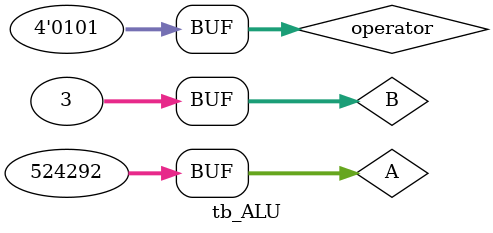
<source format=v>
`timescale 1ns / 1ps


module tb_ALU;
reg   [31:0]  A                            = 0 ;
reg   [31:0]  B                            = 0 ;
reg   [3:0]  operator                      = 0 ;

// ALUT Outputs
wire  [31:0]  res                          ;
wire  zero                                 ;

initial
begin
    A = 32'hffffffff;
    B = 32'h00000000;
    operator = 4'h7;
    #50;
    operator = 4'h9;
    #50;



    A = 32'h00080004;
    B = 32'h00000003;
    operator = 4'hd;
    #50;
    operator =4'hf;
    #50;
    operator = 4'h5;
end

ALUT  u_ALUT (
    .A                       ( A         [31:0] ),
    .B                       ( B         [31:0] ),
    .operator                ( operator  [3:0]  ),

    .res                     ( res       [31:0] ),
    .zero                    ( zero             )
);

endmodule

</source>
